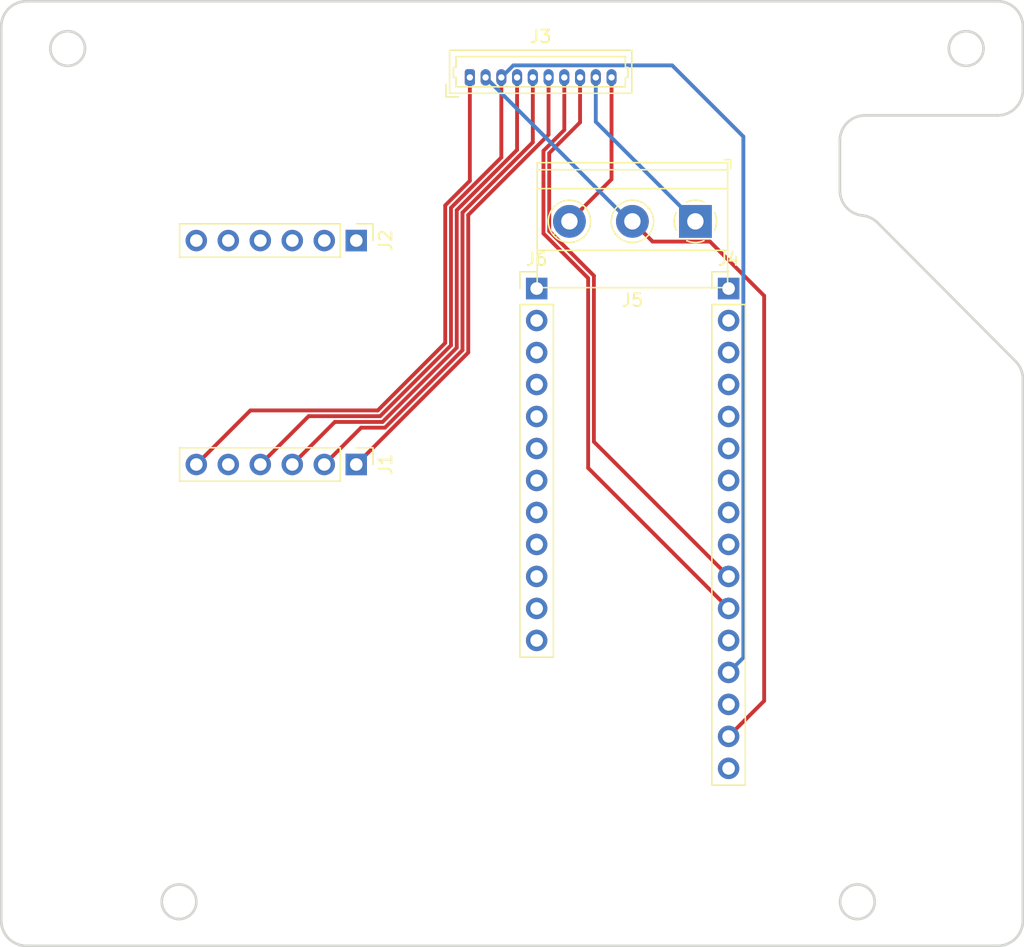
<source format=kicad_pcb>
(kicad_pcb (version 20171130) (host pcbnew "(5.1.10)-1")

  (general
    (thickness 1.6)
    (drawings 42)
    (tracks 56)
    (zones 0)
    (modules 6)
    (nets 42)
  )

  (page A4)
  (title_block
    (title "Big Red Satellite Secondary Payload - Layout")
    (date 2023-08-16)
    (rev A)
    (company "UNL Aerospace Club | Advanced eXperimental Payloads")
    (comment 1 "Copyright (c) 2023")
    (comment 2 "Designer: WSA")
    (comment 3 "Reviewer: WSA")
    (comment 4 "Approved: WSA")
  )

  (layers
    (0 F.Cu signal)
    (31 B.Cu signal)
    (32 B.Adhes user)
    (33 F.Adhes user)
    (34 B.Paste user)
    (35 F.Paste user)
    (36 B.SilkS user)
    (37 F.SilkS user)
    (38 B.Mask user)
    (39 F.Mask user)
    (40 Dwgs.User user)
    (41 Cmts.User user)
    (42 Eco1.User user)
    (43 Eco2.User user)
    (44 Edge.Cuts user)
    (45 Margin user)
    (46 B.CrtYd user)
    (47 F.CrtYd user)
    (48 B.Fab user)
    (49 F.Fab user)
  )

  (setup
    (last_trace_width 0.3048)
    (user_trace_width 0.1524)
    (user_trace_width 0.254)
    (user_trace_width 0.3048)
    (user_trace_width 0.508)
    (trace_clearance 0.1524)
    (zone_clearance 0.254)
    (zone_45_only no)
    (trace_min 0.1524)
    (via_size 0.508)
    (via_drill 0.254)
    (via_min_size 0.508)
    (via_min_drill 0.254)
    (uvia_size 0.3)
    (uvia_drill 0.1)
    (uvias_allowed no)
    (uvia_min_size 0.2)
    (uvia_min_drill 0.1)
    (edge_width 0.05)
    (segment_width 0.2)
    (pcb_text_width 0.3)
    (pcb_text_size 1.5 1.5)
    (mod_edge_width 0.1)
    (mod_text_size 0.5 0.5)
    (mod_text_width 0.1)
    (pad_size 1.524 1.524)
    (pad_drill 0.762)
    (pad_to_mask_clearance 0)
    (aux_axis_origin 0 0)
    (visible_elements 7FFFFFFF)
    (pcbplotparams
      (layerselection 0x010fc_ffffffff)
      (usegerberextensions false)
      (usegerberattributes true)
      (usegerberadvancedattributes true)
      (creategerberjobfile true)
      (excludeedgelayer true)
      (linewidth 0.100000)
      (plotframeref false)
      (viasonmask false)
      (mode 1)
      (useauxorigin false)
      (hpglpennumber 1)
      (hpglpenspeed 20)
      (hpglpendiameter 15.000000)
      (psnegative false)
      (psa4output false)
      (plotreference true)
      (plotvalue true)
      (plotinvisibletext false)
      (padsonsilk false)
      (subtractmaskfromsilk false)
      (outputformat 1)
      (mirror false)
      (drillshape 0)
      (scaleselection 1)
      (outputdirectory "Gerbers"))
  )

  (net 0 "")
  (net 1 GND)
  (net 2 VDDF)
  (net 3 VPP)
  (net 4 "Net-(J1-Pad5)")
  (net 5 /SCL)
  (net 6 /SDA)
  (net 7 /MAG_INT)
  (net 8 "Net-(J2-Pad6)")
  (net 9 "Net-(J2-Pad5)")
  (net 10 "Net-(J2-Pad4)")
  (net 11 "Net-(J2-Pad3)")
  (net 12 "Net-(J2-Pad2)")
  (net 13 "Net-(J2-Pad1)")
  (net 14 /NC_V)
  (net 15 /NO_V)
  (net 16 /UNSET)
  (net 17 /SET)
  (net 18 "Net-(J4-Pad16)")
  (net 19 "Net-(J4-Pad14)")
  (net 20 "Net-(J4-Pad12)")
  (net 21 "Net-(J4-Pad9)")
  (net 22 "Net-(J4-Pad8)")
  (net 23 "Net-(J4-Pad7)")
  (net 24 "Net-(J4-Pad6)")
  (net 25 "Net-(J4-Pad5)")
  (net 26 "Net-(J4-Pad4)")
  (net 27 "Net-(J4-Pad3)")
  (net 28 "Net-(J4-Pad2)")
  (net 29 "Net-(J4-Pad1)")
  (net 30 "Net-(J6-Pad12)")
  (net 31 "Net-(J6-Pad11)")
  (net 32 "Net-(J6-Pad10)")
  (net 33 "Net-(J6-Pad9)")
  (net 34 "Net-(J6-Pad8)")
  (net 35 "Net-(J6-Pad7)")
  (net 36 "Net-(J6-Pad6)")
  (net 37 "Net-(J6-Pad5)")
  (net 38 "Net-(J6-Pad4)")
  (net 39 "Net-(J6-Pad3)")
  (net 40 "Net-(J6-Pad2)")
  (net 41 "Net-(J6-Pad1)")

  (net_class Default "This is the default net class."
    (clearance 0.1524)
    (trace_width 0.1524)
    (via_dia 0.508)
    (via_drill 0.254)
    (uvia_dia 0.3)
    (uvia_drill 0.1)
    (add_net /MAG_INT)
    (add_net /NC_V)
    (add_net /NO_V)
    (add_net /SCL)
    (add_net /SDA)
    (add_net /SET)
    (add_net /UNSET)
    (add_net GND)
    (add_net "Net-(J1-Pad5)")
    (add_net "Net-(J2-Pad1)")
    (add_net "Net-(J2-Pad2)")
    (add_net "Net-(J2-Pad3)")
    (add_net "Net-(J2-Pad4)")
    (add_net "Net-(J2-Pad5)")
    (add_net "Net-(J2-Pad6)")
    (add_net "Net-(J4-Pad1)")
    (add_net "Net-(J4-Pad12)")
    (add_net "Net-(J4-Pad14)")
    (add_net "Net-(J4-Pad16)")
    (add_net "Net-(J4-Pad2)")
    (add_net "Net-(J4-Pad3)")
    (add_net "Net-(J4-Pad4)")
    (add_net "Net-(J4-Pad5)")
    (add_net "Net-(J4-Pad6)")
    (add_net "Net-(J4-Pad7)")
    (add_net "Net-(J4-Pad8)")
    (add_net "Net-(J4-Pad9)")
    (add_net "Net-(J6-Pad1)")
    (add_net "Net-(J6-Pad10)")
    (add_net "Net-(J6-Pad11)")
    (add_net "Net-(J6-Pad12)")
    (add_net "Net-(J6-Pad2)")
    (add_net "Net-(J6-Pad3)")
    (add_net "Net-(J6-Pad4)")
    (add_net "Net-(J6-Pad5)")
    (add_net "Net-(J6-Pad6)")
    (add_net "Net-(J6-Pad7)")
    (add_net "Net-(J6-Pad8)")
    (add_net "Net-(J6-Pad9)")
    (add_net VDDF)
    (add_net VPP)
  )

  (module Connector_PinHeader_2.54mm:PinHeader_1x12_P2.54mm_Vertical (layer F.Cu) (tedit 59FED5CC) (tstamp 64DD8917)
    (at 151.609 93.98)
    (descr "Through hole straight pin header, 1x12, 2.54mm pitch, single row")
    (tags "Through hole pin header THT 1x12 2.54mm single row")
    (path /64DE0A5A)
    (fp_text reference J6 (at 0 -2.33) (layer F.SilkS)
      (effects (font (size 1 1) (thickness 0.15)))
    )
    (fp_text value Conn_01x12_Male (at 0 30.27) (layer F.Fab)
      (effects (font (size 1 1) (thickness 0.15)))
    )
    (fp_text user %R (at 0 13.97 90) (layer F.Fab)
      (effects (font (size 1 1) (thickness 0.15)))
    )
    (fp_line (start -0.635 -1.27) (end 1.27 -1.27) (layer F.Fab) (width 0.1))
    (fp_line (start 1.27 -1.27) (end 1.27 29.21) (layer F.Fab) (width 0.1))
    (fp_line (start 1.27 29.21) (end -1.27 29.21) (layer F.Fab) (width 0.1))
    (fp_line (start -1.27 29.21) (end -1.27 -0.635) (layer F.Fab) (width 0.1))
    (fp_line (start -1.27 -0.635) (end -0.635 -1.27) (layer F.Fab) (width 0.1))
    (fp_line (start -1.33 29.27) (end 1.33 29.27) (layer F.SilkS) (width 0.12))
    (fp_line (start -1.33 1.27) (end -1.33 29.27) (layer F.SilkS) (width 0.12))
    (fp_line (start 1.33 1.27) (end 1.33 29.27) (layer F.SilkS) (width 0.12))
    (fp_line (start -1.33 1.27) (end 1.33 1.27) (layer F.SilkS) (width 0.12))
    (fp_line (start -1.33 0) (end -1.33 -1.33) (layer F.SilkS) (width 0.12))
    (fp_line (start -1.33 -1.33) (end 0 -1.33) (layer F.SilkS) (width 0.12))
    (fp_line (start -1.8 -1.8) (end -1.8 29.75) (layer F.CrtYd) (width 0.05))
    (fp_line (start -1.8 29.75) (end 1.8 29.75) (layer F.CrtYd) (width 0.05))
    (fp_line (start 1.8 29.75) (end 1.8 -1.8) (layer F.CrtYd) (width 0.05))
    (fp_line (start 1.8 -1.8) (end -1.8 -1.8) (layer F.CrtYd) (width 0.05))
    (pad 12 thru_hole oval (at 0 27.94) (size 1.7 1.7) (drill 1) (layers *.Cu *.Mask)
      (net 30 "Net-(J6-Pad12)"))
    (pad 11 thru_hole oval (at 0 25.4) (size 1.7 1.7) (drill 1) (layers *.Cu *.Mask)
      (net 31 "Net-(J6-Pad11)"))
    (pad 10 thru_hole oval (at 0 22.86) (size 1.7 1.7) (drill 1) (layers *.Cu *.Mask)
      (net 32 "Net-(J6-Pad10)"))
    (pad 9 thru_hole oval (at 0 20.32) (size 1.7 1.7) (drill 1) (layers *.Cu *.Mask)
      (net 33 "Net-(J6-Pad9)"))
    (pad 8 thru_hole oval (at 0 17.78) (size 1.7 1.7) (drill 1) (layers *.Cu *.Mask)
      (net 34 "Net-(J6-Pad8)"))
    (pad 7 thru_hole oval (at 0 15.24) (size 1.7 1.7) (drill 1) (layers *.Cu *.Mask)
      (net 35 "Net-(J6-Pad7)"))
    (pad 6 thru_hole oval (at 0 12.7) (size 1.7 1.7) (drill 1) (layers *.Cu *.Mask)
      (net 36 "Net-(J6-Pad6)"))
    (pad 5 thru_hole oval (at 0 10.16) (size 1.7 1.7) (drill 1) (layers *.Cu *.Mask)
      (net 37 "Net-(J6-Pad5)"))
    (pad 4 thru_hole oval (at 0 7.62) (size 1.7 1.7) (drill 1) (layers *.Cu *.Mask)
      (net 38 "Net-(J6-Pad4)"))
    (pad 3 thru_hole oval (at 0 5.08) (size 1.7 1.7) (drill 1) (layers *.Cu *.Mask)
      (net 39 "Net-(J6-Pad3)"))
    (pad 2 thru_hole oval (at 0 2.54) (size 1.7 1.7) (drill 1) (layers *.Cu *.Mask)
      (net 40 "Net-(J6-Pad2)"))
    (pad 1 thru_hole rect (at 0 0) (size 1.7 1.7) (drill 1) (layers *.Cu *.Mask)
      (net 41 "Net-(J6-Pad1)"))
    (model ${KISYS3DMOD}/Connector_PinHeader_2.54mm.3dshapes/PinHeader_1x12_P2.54mm_Vertical.wrl
      (at (xyz 0 0 0))
      (scale (xyz 1 1 1))
      (rotate (xyz 0 0 0))
    )
  )

  (module TerminalBlock_Phoenix:TerminalBlock_Phoenix_MKDS-1,5-3_1x03_P5.00mm_Horizontal (layer F.Cu) (tedit 5B294EE5) (tstamp 64DD83EE)
    (at 164.211 88.646 180)
    (descr "Terminal Block Phoenix MKDS-1,5-3, 3 pins, pitch 5mm, size 15x9.8mm^2, drill diamater 1.3mm, pad diameter 2.6mm, see http://www.farnell.com/datasheets/100425.pdf, script-generated using https://github.com/pointhi/kicad-footprint-generator/scripts/TerminalBlock_Phoenix")
    (tags "THT Terminal Block Phoenix MKDS-1,5-3 pitch 5mm size 15x9.8mm^2 drill 1.3mm pad 2.6mm")
    (path /64DE9364)
    (fp_text reference J5 (at 5 -6.26) (layer F.SilkS)
      (effects (font (size 1 1) (thickness 0.15)))
    )
    (fp_text value Conn_01x03_Male (at 5 5.66) (layer F.Fab)
      (effects (font (size 1 1) (thickness 0.15)))
    )
    (fp_text user %R (at 5 3.2) (layer F.Fab)
      (effects (font (size 1 1) (thickness 0.15)))
    )
    (fp_arc (start 0 0) (end -0.684 1.535) (angle -25) (layer F.SilkS) (width 0.12))
    (fp_arc (start 0 0) (end -1.535 -0.684) (angle -48) (layer F.SilkS) (width 0.12))
    (fp_arc (start 0 0) (end 0.684 -1.535) (angle -48) (layer F.SilkS) (width 0.12))
    (fp_arc (start 0 0) (end 1.535 0.684) (angle -48) (layer F.SilkS) (width 0.12))
    (fp_arc (start 0 0) (end 0 1.68) (angle -24) (layer F.SilkS) (width 0.12))
    (fp_circle (center 0 0) (end 1.5 0) (layer F.Fab) (width 0.1))
    (fp_circle (center 5 0) (end 6.5 0) (layer F.Fab) (width 0.1))
    (fp_circle (center 5 0) (end 6.68 0) (layer F.SilkS) (width 0.12))
    (fp_circle (center 10 0) (end 11.5 0) (layer F.Fab) (width 0.1))
    (fp_circle (center 10 0) (end 11.68 0) (layer F.SilkS) (width 0.12))
    (fp_line (start -2.5 -5.2) (end 12.5 -5.2) (layer F.Fab) (width 0.1))
    (fp_line (start 12.5 -5.2) (end 12.5 4.6) (layer F.Fab) (width 0.1))
    (fp_line (start 12.5 4.6) (end -2 4.6) (layer F.Fab) (width 0.1))
    (fp_line (start -2 4.6) (end -2.5 4.1) (layer F.Fab) (width 0.1))
    (fp_line (start -2.5 4.1) (end -2.5 -5.2) (layer F.Fab) (width 0.1))
    (fp_line (start -2.5 4.1) (end 12.5 4.1) (layer F.Fab) (width 0.1))
    (fp_line (start -2.56 4.1) (end 12.56 4.1) (layer F.SilkS) (width 0.12))
    (fp_line (start -2.5 2.6) (end 12.5 2.6) (layer F.Fab) (width 0.1))
    (fp_line (start -2.56 2.6) (end 12.56 2.6) (layer F.SilkS) (width 0.12))
    (fp_line (start -2.5 -2.3) (end 12.5 -2.3) (layer F.Fab) (width 0.1))
    (fp_line (start -2.56 -2.301) (end 12.56 -2.301) (layer F.SilkS) (width 0.12))
    (fp_line (start -2.56 -5.261) (end 12.56 -5.261) (layer F.SilkS) (width 0.12))
    (fp_line (start -2.56 4.66) (end 12.56 4.66) (layer F.SilkS) (width 0.12))
    (fp_line (start -2.56 -5.261) (end -2.56 4.66) (layer F.SilkS) (width 0.12))
    (fp_line (start 12.56 -5.261) (end 12.56 4.66) (layer F.SilkS) (width 0.12))
    (fp_line (start 1.138 -0.955) (end -0.955 1.138) (layer F.Fab) (width 0.1))
    (fp_line (start 0.955 -1.138) (end -1.138 0.955) (layer F.Fab) (width 0.1))
    (fp_line (start 6.138 -0.955) (end 4.046 1.138) (layer F.Fab) (width 0.1))
    (fp_line (start 5.955 -1.138) (end 3.863 0.955) (layer F.Fab) (width 0.1))
    (fp_line (start 6.275 -1.069) (end 6.228 -1.023) (layer F.SilkS) (width 0.12))
    (fp_line (start 3.966 1.239) (end 3.931 1.274) (layer F.SilkS) (width 0.12))
    (fp_line (start 6.07 -1.275) (end 6.035 -1.239) (layer F.SilkS) (width 0.12))
    (fp_line (start 3.773 1.023) (end 3.726 1.069) (layer F.SilkS) (width 0.12))
    (fp_line (start 11.138 -0.955) (end 9.046 1.138) (layer F.Fab) (width 0.1))
    (fp_line (start 10.955 -1.138) (end 8.863 0.955) (layer F.Fab) (width 0.1))
    (fp_line (start 11.275 -1.069) (end 11.228 -1.023) (layer F.SilkS) (width 0.12))
    (fp_line (start 8.966 1.239) (end 8.931 1.274) (layer F.SilkS) (width 0.12))
    (fp_line (start 11.07 -1.275) (end 11.035 -1.239) (layer F.SilkS) (width 0.12))
    (fp_line (start 8.773 1.023) (end 8.726 1.069) (layer F.SilkS) (width 0.12))
    (fp_line (start -2.8 4.16) (end -2.8 4.9) (layer F.SilkS) (width 0.12))
    (fp_line (start -2.8 4.9) (end -2.3 4.9) (layer F.SilkS) (width 0.12))
    (fp_line (start -3 -5.71) (end -3 5.1) (layer F.CrtYd) (width 0.05))
    (fp_line (start -3 5.1) (end 13 5.1) (layer F.CrtYd) (width 0.05))
    (fp_line (start 13 5.1) (end 13 -5.71) (layer F.CrtYd) (width 0.05))
    (fp_line (start 13 -5.71) (end -3 -5.71) (layer F.CrtYd) (width 0.05))
    (pad 3 thru_hole circle (at 10 0 180) (size 2.6 2.6) (drill 1.3) (layers *.Cu *.Mask)
      (net 14 /NC_V))
    (pad 2 thru_hole circle (at 5 0 180) (size 2.6 2.6) (drill 1.3) (layers *.Cu *.Mask)
      (net 3 VPP))
    (pad 1 thru_hole rect (at 0 0 180) (size 2.6 2.6) (drill 1.3) (layers *.Cu *.Mask)
      (net 15 /NO_V))
    (model ${KISYS3DMOD}/TerminalBlock_Phoenix.3dshapes/TerminalBlock_Phoenix_MKDS-1,5-3_1x03_P5.00mm_Horizontal.wrl
      (at (xyz 0 0 0))
      (scale (xyz 1 1 1))
      (rotate (xyz 0 0 0))
    )
  )

  (module Connector_PinHeader_2.54mm:PinHeader_1x16_P2.54mm_Vertical (layer F.Cu) (tedit 59FED5CC) (tstamp 64DD8978)
    (at 166.849 93.98)
    (descr "Through hole straight pin header, 1x16, 2.54mm pitch, single row")
    (tags "Through hole pin header THT 1x16 2.54mm single row")
    (path /64DE5069)
    (fp_text reference J4 (at 0 -2.33) (layer F.SilkS)
      (effects (font (size 1 1) (thickness 0.15)))
    )
    (fp_text value Conn_01x16_Male (at 0 40.43) (layer F.Fab)
      (effects (font (size 1 1) (thickness 0.15)))
    )
    (fp_text user %R (at 0 19.05 90) (layer F.Fab)
      (effects (font (size 1 1) (thickness 0.15)))
    )
    (fp_line (start -0.635 -1.27) (end 1.27 -1.27) (layer F.Fab) (width 0.1))
    (fp_line (start 1.27 -1.27) (end 1.27 39.37) (layer F.Fab) (width 0.1))
    (fp_line (start 1.27 39.37) (end -1.27 39.37) (layer F.Fab) (width 0.1))
    (fp_line (start -1.27 39.37) (end -1.27 -0.635) (layer F.Fab) (width 0.1))
    (fp_line (start -1.27 -0.635) (end -0.635 -1.27) (layer F.Fab) (width 0.1))
    (fp_line (start -1.33 39.43) (end 1.33 39.43) (layer F.SilkS) (width 0.12))
    (fp_line (start -1.33 1.27) (end -1.33 39.43) (layer F.SilkS) (width 0.12))
    (fp_line (start 1.33 1.27) (end 1.33 39.43) (layer F.SilkS) (width 0.12))
    (fp_line (start -1.33 1.27) (end 1.33 1.27) (layer F.SilkS) (width 0.12))
    (fp_line (start -1.33 0) (end -1.33 -1.33) (layer F.SilkS) (width 0.12))
    (fp_line (start -1.33 -1.33) (end 0 -1.33) (layer F.SilkS) (width 0.12))
    (fp_line (start -1.8 -1.8) (end -1.8 39.9) (layer F.CrtYd) (width 0.05))
    (fp_line (start -1.8 39.9) (end 1.8 39.9) (layer F.CrtYd) (width 0.05))
    (fp_line (start 1.8 39.9) (end 1.8 -1.8) (layer F.CrtYd) (width 0.05))
    (fp_line (start 1.8 -1.8) (end -1.8 -1.8) (layer F.CrtYd) (width 0.05))
    (pad 16 thru_hole oval (at 0 38.1) (size 1.7 1.7) (drill 1) (layers *.Cu *.Mask)
      (net 18 "Net-(J4-Pad16)"))
    (pad 15 thru_hole oval (at 0 35.56) (size 1.7 1.7) (drill 1) (layers *.Cu *.Mask)
      (net 3 VPP))
    (pad 14 thru_hole oval (at 0 33.02) (size 1.7 1.7) (drill 1) (layers *.Cu *.Mask)
      (net 19 "Net-(J4-Pad14)"))
    (pad 13 thru_hole oval (at 0 30.48) (size 1.7 1.7) (drill 1) (layers *.Cu *.Mask)
      (net 1 GND))
    (pad 12 thru_hole oval (at 0 27.94) (size 1.7 1.7) (drill 1) (layers *.Cu *.Mask)
      (net 20 "Net-(J4-Pad12)"))
    (pad 11 thru_hole oval (at 0 25.4) (size 1.7 1.7) (drill 1) (layers *.Cu *.Mask)
      (net 17 /SET))
    (pad 10 thru_hole oval (at 0 22.86) (size 1.7 1.7) (drill 1) (layers *.Cu *.Mask)
      (net 16 /UNSET))
    (pad 9 thru_hole oval (at 0 20.32) (size 1.7 1.7) (drill 1) (layers *.Cu *.Mask)
      (net 21 "Net-(J4-Pad9)"))
    (pad 8 thru_hole oval (at 0 17.78) (size 1.7 1.7) (drill 1) (layers *.Cu *.Mask)
      (net 22 "Net-(J4-Pad8)"))
    (pad 7 thru_hole oval (at 0 15.24) (size 1.7 1.7) (drill 1) (layers *.Cu *.Mask)
      (net 23 "Net-(J4-Pad7)"))
    (pad 6 thru_hole oval (at 0 12.7) (size 1.7 1.7) (drill 1) (layers *.Cu *.Mask)
      (net 24 "Net-(J4-Pad6)"))
    (pad 5 thru_hole oval (at 0 10.16) (size 1.7 1.7) (drill 1) (layers *.Cu *.Mask)
      (net 25 "Net-(J4-Pad5)"))
    (pad 4 thru_hole oval (at 0 7.62) (size 1.7 1.7) (drill 1) (layers *.Cu *.Mask)
      (net 26 "Net-(J4-Pad4)"))
    (pad 3 thru_hole oval (at 0 5.08) (size 1.7 1.7) (drill 1) (layers *.Cu *.Mask)
      (net 27 "Net-(J4-Pad3)"))
    (pad 2 thru_hole oval (at 0 2.54) (size 1.7 1.7) (drill 1) (layers *.Cu *.Mask)
      (net 28 "Net-(J4-Pad2)"))
    (pad 1 thru_hole rect (at 0 0) (size 1.7 1.7) (drill 1) (layers *.Cu *.Mask)
      (net 29 "Net-(J4-Pad1)"))
    (model ${KISYS3DMOD}/Connector_PinHeader_2.54mm.3dshapes/PinHeader_1x16_P2.54mm_Vertical.wrl
      (at (xyz 0 0 0))
      (scale (xyz 1 1 1))
      (rotate (xyz 0 0 0))
    )
  )

  (module Connector_Molex:Molex_PicoBlade_53047-1010_1x10_P1.25mm_Vertical (layer F.Cu) (tedit 5B783167) (tstamp 64DD8395)
    (at 146.304 77.216)
    (descr "Molex PicoBlade Connector System, 53047-1010, 10 Pins per row (http://www.molex.com/pdm_docs/sd/530470610_sd.pdf), generated with kicad-footprint-generator")
    (tags "connector Molex PicoBlade side entry")
    (path /64DDA625)
    (fp_text reference J3 (at 5.62 -3.25) (layer F.SilkS)
      (effects (font (size 1 1) (thickness 0.15)))
    )
    (fp_text value Conn_01x10_Male (at 5.62 2.35) (layer F.Fab)
      (effects (font (size 1 1) (thickness 0.15)))
    )
    (fp_text user %R (at 5.62 -1.35) (layer F.Fab)
      (effects (font (size 1 1) (thickness 0.15)))
    )
    (fp_line (start -1.5 -2.05) (end -1.5 1.15) (layer F.Fab) (width 0.1))
    (fp_line (start -1.5 1.15) (end 12.75 1.15) (layer F.Fab) (width 0.1))
    (fp_line (start 12.75 1.15) (end 12.75 -2.05) (layer F.Fab) (width 0.1))
    (fp_line (start 12.75 -2.05) (end -1.5 -2.05) (layer F.Fab) (width 0.1))
    (fp_line (start -1.61 -2.16) (end -1.61 1.26) (layer F.SilkS) (width 0.12))
    (fp_line (start -1.61 1.26) (end 12.86 1.26) (layer F.SilkS) (width 0.12))
    (fp_line (start 12.86 1.26) (end 12.86 -2.16) (layer F.SilkS) (width 0.12))
    (fp_line (start 12.86 -2.16) (end -1.61 -2.16) (layer F.SilkS) (width 0.12))
    (fp_line (start 5.625 0.75) (end -1.1 0.75) (layer F.SilkS) (width 0.12))
    (fp_line (start -1.1 0.75) (end -1.1 0) (layer F.SilkS) (width 0.12))
    (fp_line (start -1.1 0) (end -1.3 0) (layer F.SilkS) (width 0.12))
    (fp_line (start -1.3 0) (end -1.3 -0.8) (layer F.SilkS) (width 0.12))
    (fp_line (start -1.3 -0.8) (end -1.1 -0.8) (layer F.SilkS) (width 0.12))
    (fp_line (start -1.1 -0.8) (end -1.1 -1.65) (layer F.SilkS) (width 0.12))
    (fp_line (start -1.1 -1.65) (end 5.625 -1.65) (layer F.SilkS) (width 0.12))
    (fp_line (start 5.625 0.75) (end 12.35 0.75) (layer F.SilkS) (width 0.12))
    (fp_line (start 12.35 0.75) (end 12.35 0) (layer F.SilkS) (width 0.12))
    (fp_line (start 12.35 0) (end 12.55 0) (layer F.SilkS) (width 0.12))
    (fp_line (start 12.55 0) (end 12.55 -0.8) (layer F.SilkS) (width 0.12))
    (fp_line (start 12.55 -0.8) (end 12.35 -0.8) (layer F.SilkS) (width 0.12))
    (fp_line (start 12.35 -0.8) (end 12.35 -1.65) (layer F.SilkS) (width 0.12))
    (fp_line (start 12.35 -1.65) (end 5.625 -1.65) (layer F.SilkS) (width 0.12))
    (fp_line (start -1.9 1.55) (end -1.9 0.55) (layer F.SilkS) (width 0.12))
    (fp_line (start -1.9 1.55) (end -0.9 1.55) (layer F.SilkS) (width 0.12))
    (fp_line (start -0.5 1.15) (end 0 0.442893) (layer F.Fab) (width 0.1))
    (fp_line (start 0 0.442893) (end 0.5 1.15) (layer F.Fab) (width 0.1))
    (fp_line (start -2 -2.55) (end -2 1.65) (layer F.CrtYd) (width 0.05))
    (fp_line (start -2 1.65) (end 13.25 1.65) (layer F.CrtYd) (width 0.05))
    (fp_line (start 13.25 1.65) (end 13.25 -2.55) (layer F.CrtYd) (width 0.05))
    (fp_line (start 13.25 -2.55) (end -2 -2.55) (layer F.CrtYd) (width 0.05))
    (pad 10 thru_hole oval (at 11.25 0) (size 0.8 1.3) (drill 0.5) (layers *.Cu *.Mask)
      (net 14 /NC_V))
    (pad 9 thru_hole oval (at 10 0) (size 0.8 1.3) (drill 0.5) (layers *.Cu *.Mask)
      (net 15 /NO_V))
    (pad 8 thru_hole oval (at 8.75 0) (size 0.8 1.3) (drill 0.5) (layers *.Cu *.Mask)
      (net 16 /UNSET))
    (pad 7 thru_hole oval (at 7.5 0) (size 0.8 1.3) (drill 0.5) (layers *.Cu *.Mask)
      (net 17 /SET))
    (pad 6 thru_hole oval (at 6.25 0) (size 0.8 1.3) (drill 0.5) (layers *.Cu *.Mask)
      (net 7 /MAG_INT))
    (pad 5 thru_hole oval (at 5 0) (size 0.8 1.3) (drill 0.5) (layers *.Cu *.Mask)
      (net 6 /SDA))
    (pad 4 thru_hole oval (at 3.75 0) (size 0.8 1.3) (drill 0.5) (layers *.Cu *.Mask)
      (net 5 /SCL))
    (pad 3 thru_hole oval (at 2.5 0) (size 0.8 1.3) (drill 0.5) (layers *.Cu *.Mask)
      (net 1 GND))
    (pad 2 thru_hole oval (at 1.25 0) (size 0.8 1.3) (drill 0.5) (layers *.Cu *.Mask)
      (net 3 VPP))
    (pad 1 thru_hole roundrect (at 0 0) (size 0.8 1.3) (drill 0.5) (layers *.Cu *.Mask) (roundrect_rratio 0.25)
      (net 2 VDDF))
    (model ${KISYS3DMOD}/Connector_Molex.3dshapes/Molex_PicoBlade_53047-1010_1x10_P1.25mm_Vertical.wrl
      (at (xyz 0 0 0))
      (scale (xyz 1 1 1))
      (rotate (xyz 0 0 0))
    )
  )

  (module Connector_PinHeader_2.54mm:PinHeader_1x06_P2.54mm_Vertical (layer F.Cu) (tedit 59FED5CC) (tstamp 64DD8368)
    (at 137.287 90.17 270)
    (descr "Through hole straight pin header, 1x06, 2.54mm pitch, single row")
    (tags "Through hole pin header THT 1x06 2.54mm single row")
    (path /64DDE9CD)
    (fp_text reference J2 (at 0 -2.33 90) (layer F.SilkS)
      (effects (font (size 1 1) (thickness 0.15)))
    )
    (fp_text value Conn_01x06_Male (at 0 15.03 90) (layer F.Fab)
      (effects (font (size 1 1) (thickness 0.15)))
    )
    (fp_text user %R (at 0 6.35) (layer F.Fab)
      (effects (font (size 1 1) (thickness 0.15)))
    )
    (fp_line (start -0.635 -1.27) (end 1.27 -1.27) (layer F.Fab) (width 0.1))
    (fp_line (start 1.27 -1.27) (end 1.27 13.97) (layer F.Fab) (width 0.1))
    (fp_line (start 1.27 13.97) (end -1.27 13.97) (layer F.Fab) (width 0.1))
    (fp_line (start -1.27 13.97) (end -1.27 -0.635) (layer F.Fab) (width 0.1))
    (fp_line (start -1.27 -0.635) (end -0.635 -1.27) (layer F.Fab) (width 0.1))
    (fp_line (start -1.33 14.03) (end 1.33 14.03) (layer F.SilkS) (width 0.12))
    (fp_line (start -1.33 1.27) (end -1.33 14.03) (layer F.SilkS) (width 0.12))
    (fp_line (start 1.33 1.27) (end 1.33 14.03) (layer F.SilkS) (width 0.12))
    (fp_line (start -1.33 1.27) (end 1.33 1.27) (layer F.SilkS) (width 0.12))
    (fp_line (start -1.33 0) (end -1.33 -1.33) (layer F.SilkS) (width 0.12))
    (fp_line (start -1.33 -1.33) (end 0 -1.33) (layer F.SilkS) (width 0.12))
    (fp_line (start -1.8 -1.8) (end -1.8 14.5) (layer F.CrtYd) (width 0.05))
    (fp_line (start -1.8 14.5) (end 1.8 14.5) (layer F.CrtYd) (width 0.05))
    (fp_line (start 1.8 14.5) (end 1.8 -1.8) (layer F.CrtYd) (width 0.05))
    (fp_line (start 1.8 -1.8) (end -1.8 -1.8) (layer F.CrtYd) (width 0.05))
    (pad 6 thru_hole oval (at 0 12.7 270) (size 1.7 1.7) (drill 1) (layers *.Cu *.Mask)
      (net 8 "Net-(J2-Pad6)"))
    (pad 5 thru_hole oval (at 0 10.16 270) (size 1.7 1.7) (drill 1) (layers *.Cu *.Mask)
      (net 9 "Net-(J2-Pad5)"))
    (pad 4 thru_hole oval (at 0 7.62 270) (size 1.7 1.7) (drill 1) (layers *.Cu *.Mask)
      (net 10 "Net-(J2-Pad4)"))
    (pad 3 thru_hole oval (at 0 5.08 270) (size 1.7 1.7) (drill 1) (layers *.Cu *.Mask)
      (net 11 "Net-(J2-Pad3)"))
    (pad 2 thru_hole oval (at 0 2.54 270) (size 1.7 1.7) (drill 1) (layers *.Cu *.Mask)
      (net 12 "Net-(J2-Pad2)"))
    (pad 1 thru_hole rect (at 0 0 270) (size 1.7 1.7) (drill 1) (layers *.Cu *.Mask)
      (net 13 "Net-(J2-Pad1)"))
    (model ${KISYS3DMOD}/Connector_PinHeader_2.54mm.3dshapes/PinHeader_1x06_P2.54mm_Vertical.wrl
      (at (xyz 0 0 0))
      (scale (xyz 1 1 1))
      (rotate (xyz 0 0 0))
    )
  )

  (module Connector_PinHeader_2.54mm:PinHeader_1x06_P2.54mm_Vertical (layer F.Cu) (tedit 59FED5CC) (tstamp 64DD834E)
    (at 137.287 107.95 270)
    (descr "Through hole straight pin header, 1x06, 2.54mm pitch, single row")
    (tags "Through hole pin header THT 1x06 2.54mm single row")
    (path /64DDDD18)
    (fp_text reference J1 (at 0 -2.33 90) (layer F.SilkS)
      (effects (font (size 1 1) (thickness 0.15)))
    )
    (fp_text value Conn_01x06_Male (at 0 15.03 90) (layer F.Fab)
      (effects (font (size 1 1) (thickness 0.15)))
    )
    (fp_text user %R (at 0 6.35) (layer F.Fab)
      (effects (font (size 1 1) (thickness 0.15)))
    )
    (fp_line (start -0.635 -1.27) (end 1.27 -1.27) (layer F.Fab) (width 0.1))
    (fp_line (start 1.27 -1.27) (end 1.27 13.97) (layer F.Fab) (width 0.1))
    (fp_line (start 1.27 13.97) (end -1.27 13.97) (layer F.Fab) (width 0.1))
    (fp_line (start -1.27 13.97) (end -1.27 -0.635) (layer F.Fab) (width 0.1))
    (fp_line (start -1.27 -0.635) (end -0.635 -1.27) (layer F.Fab) (width 0.1))
    (fp_line (start -1.33 14.03) (end 1.33 14.03) (layer F.SilkS) (width 0.12))
    (fp_line (start -1.33 1.27) (end -1.33 14.03) (layer F.SilkS) (width 0.12))
    (fp_line (start 1.33 1.27) (end 1.33 14.03) (layer F.SilkS) (width 0.12))
    (fp_line (start -1.33 1.27) (end 1.33 1.27) (layer F.SilkS) (width 0.12))
    (fp_line (start -1.33 0) (end -1.33 -1.33) (layer F.SilkS) (width 0.12))
    (fp_line (start -1.33 -1.33) (end 0 -1.33) (layer F.SilkS) (width 0.12))
    (fp_line (start -1.8 -1.8) (end -1.8 14.5) (layer F.CrtYd) (width 0.05))
    (fp_line (start -1.8 14.5) (end 1.8 14.5) (layer F.CrtYd) (width 0.05))
    (fp_line (start 1.8 14.5) (end 1.8 -1.8) (layer F.CrtYd) (width 0.05))
    (fp_line (start 1.8 -1.8) (end -1.8 -1.8) (layer F.CrtYd) (width 0.05))
    (pad 6 thru_hole oval (at 0 12.7 270) (size 1.7 1.7) (drill 1) (layers *.Cu *.Mask)
      (net 2 VDDF))
    (pad 5 thru_hole oval (at 0 10.16 270) (size 1.7 1.7) (drill 1) (layers *.Cu *.Mask)
      (net 4 "Net-(J1-Pad5)"))
    (pad 4 thru_hole oval (at 0 7.62 270) (size 1.7 1.7) (drill 1) (layers *.Cu *.Mask)
      (net 1 GND))
    (pad 3 thru_hole oval (at 0 5.08 270) (size 1.7 1.7) (drill 1) (layers *.Cu *.Mask)
      (net 5 /SCL))
    (pad 2 thru_hole oval (at 0 2.54 270) (size 1.7 1.7) (drill 1) (layers *.Cu *.Mask)
      (net 6 /SDA))
    (pad 1 thru_hole rect (at 0 0 270) (size 1.7 1.7) (drill 1) (layers *.Cu *.Mask)
      (net 7 /MAG_INT))
    (model ${KISYS3DMOD}/Connector_PinHeader_2.54mm.3dshapes/PinHeader_1x06_P2.54mm_Vertical.wrl
      (at (xyz 0 0 0))
      (scale (xyz 1 1 1))
      (rotate (xyz 0 0 0))
    )
  )

  (gr_line (start 190.214 73.169964) (end 190.214 78.232) (layer Edge.Cuts) (width 0.2))
  (gr_line (start 109.098271 144.169963) (end 109.098271 73.169964) (layer Edge.Cuts) (width 0.2))
  (gr_line (start 175.6852 82.232) (end 175.6852 86.192673) (layer Edge.Cuts) (width 0.2))
  (gr_line (start 111.098271 71.169964) (end 188.214 71.169964) (layer Edge.Cuts) (width 0.2))
  (gr_arc (start 177.6852 86.192673) (end 175.6852 86.192673) (angle -83.89169034) (layer Edge.Cuts) (width 0.2))
  (gr_circle (center 185.714 74.920886) (end 187.089 74.920886) (layer Edge.Cuts) (width 0.2))
  (gr_circle (center 123.214 142.669963) (end 124.589 142.669963) (layer Edge.Cuts) (width 0.2))
  (gr_arc (start 188.214 101.160621) (end 190.214 101.160621) (angle -44.90542239) (layer Edge.Cuts) (width 0.2))
  (gr_line (start 178.676113 88.758086) (end 189.630546 99.748744) (layer Edge.Cuts) (width 0.2))
  (gr_arc (start 111.098271 73.169964) (end 111.098271 71.169964) (angle -90) (layer Edge.Cuts) (width 0.2))
  (gr_line (start 188.214 146.169963) (end 111.098271 146.169963) (layer Edge.Cuts) (width 0.2))
  (gr_arc (start 111.098271 144.169963) (end 109.098271 144.169963) (angle -90) (layer Edge.Cuts) (width 0.2))
  (gr_arc (start 177.6852 82.232) (end 177.6852 80.232) (angle -90) (layer Edge.Cuts) (width 0.2))
  (gr_arc (start 177.6852 86.192673) (end 175.6852 86.192673) (angle -83.89169034) (layer Edge.Cuts) (width 0.2))
  (gr_line (start 109.098271 144.169963) (end 109.098271 73.169964) (layer Edge.Cuts) (width 0.2))
  (gr_arc (start 111.098271 144.169963) (end 109.098271 144.169963) (angle -90) (layer Edge.Cuts) (width 0.2))
  (gr_arc (start 188.214 144.169963) (end 188.214 146.169963) (angle -90) (layer Edge.Cuts) (width 0.2))
  (gr_arc (start 177.259567 90.169963) (end 178.676113 88.758086) (angle -38.98626795) (layer Edge.Cuts) (width 0.2))
  (gr_arc (start 177.6852 82.232) (end 177.6852 80.232) (angle -90) (layer Edge.Cuts) (width 0.2))
  (gr_arc (start 177.259567 90.169963) (end 178.676113 88.758086) (angle -38.98626795) (layer Edge.Cuts) (width 0.2))
  (gr_line (start 111.098271 71.169964) (end 188.214 71.169964) (layer Edge.Cuts) (width 0.2))
  (gr_line (start 190.214 73.169964) (end 190.214 78.232) (layer Edge.Cuts) (width 0.2))
  (gr_arc (start 188.214 73.169964) (end 190.214 73.169964) (angle -90) (layer Edge.Cuts) (width 0.2))
  (gr_line (start 178.676113 88.758086) (end 189.630546 99.748744) (layer Edge.Cuts) (width 0.2))
  (gr_circle (center 114.372 74.920964) (end 115.747 74.920964) (layer Edge.Cuts) (width 0.2))
  (gr_circle (center 185.714 74.920886) (end 187.089 74.920886) (layer Edge.Cuts) (width 0.2))
  (gr_line (start 188.214 80.232) (end 177.6852 80.232) (layer Edge.Cuts) (width 0.2))
  (gr_arc (start 111.098271 73.169964) (end 111.098271 71.169964) (angle -90) (layer Edge.Cuts) (width 0.2))
  (gr_line (start 188.214 146.169963) (end 111.098271 146.169963) (layer Edge.Cuts) (width 0.2))
  (gr_circle (center 177.0747 142.669963) (end 178.4497 142.669963) (layer Edge.Cuts) (width 0.2))
  (gr_circle (center 114.372 74.920964) (end 115.747 74.920964) (layer Edge.Cuts) (width 0.2))
  (gr_arc (start 188.214 78.232) (end 188.214 80.232) (angle -90) (layer Edge.Cuts) (width 0.2))
  (gr_arc (start 188.214 73.169964) (end 190.214 73.169964) (angle -90) (layer Edge.Cuts) (width 0.2))
  (gr_circle (center 177.0747 142.669963) (end 178.4497 142.669963) (layer Edge.Cuts) (width 0.2))
  (gr_line (start 190.214 101.160621) (end 190.214 144.169963) (layer Edge.Cuts) (width 0.2))
  (gr_circle (center 123.214 142.669963) (end 124.589 142.669963) (layer Edge.Cuts) (width 0.2))
  (gr_arc (start 188.214 101.160621) (end 190.214 101.160621) (angle -44.90542239) (layer Edge.Cuts) (width 0.2))
  (gr_line (start 190.214 101.160621) (end 190.214 144.169963) (layer Edge.Cuts) (width 0.2))
  (gr_arc (start 188.214 144.169963) (end 188.214 146.169963) (angle -90) (layer Edge.Cuts) (width 0.2))
  (gr_line (start 188.214 80.232) (end 177.6852 80.232) (layer Edge.Cuts) (width 0.2))
  (gr_line (start 175.6852 82.232) (end 175.6852 86.192673) (layer Edge.Cuts) (width 0.2))
  (gr_arc (start 188.214 78.232) (end 188.214 80.232) (angle -90) (layer Edge.Cuts) (width 0.2))

  (segment (start 148.804 77.216) (end 148.804 83.571224) (width 0.3048) (layer F.Cu) (net 1))
  (segment (start 148.804 83.571224) (end 144.80537 87.569854) (width 0.3048) (layer F.Cu) (net 1))
  (segment (start 144.80537 87.569854) (end 144.80537 98.491854) (width 0.3048) (layer F.Cu) (net 1))
  (segment (start 144.80537 98.491854) (end 139.182644 104.11458) (width 0.3048) (layer F.Cu) (net 1))
  (segment (start 133.50242 104.11458) (end 129.667 107.95) (width 0.3048) (layer F.Cu) (net 1))
  (segment (start 139.182644 104.11458) (end 133.50242 104.11458) (width 0.3048) (layer F.Cu) (net 1))
  (segment (start 166.849 124.46) (end 168.021 123.288) (width 0.3048) (layer B.Cu) (net 1))
  (segment (start 168.021 123.288) (end 168.021 81.915) (width 0.3048) (layer B.Cu) (net 1))
  (segment (start 149.75881 76.26119) (end 148.804 77.216) (width 0.3048) (layer B.Cu) (net 1))
  (segment (start 162.36719 76.26119) (end 149.75881 76.26119) (width 0.3048) (layer B.Cu) (net 1))
  (segment (start 168.021 81.915) (end 162.36719 76.26119) (width 0.3048) (layer B.Cu) (net 1))
  (segment (start 146.304 77.216) (end 146.304 85.424632) (width 0.3048) (layer F.Cu) (net 2))
  (segment (start 146.304 85.424632) (end 144.34816 87.380472) (width 0.3048) (layer F.Cu) (net 2))
  (segment (start 144.34816 87.380472) (end 144.34816 98.302472) (width 0.3048) (layer F.Cu) (net 2))
  (segment (start 144.34816 98.302472) (end 138.993262 103.65737) (width 0.3048) (layer F.Cu) (net 2))
  (segment (start 128.87963 103.65737) (end 124.587 107.95) (width 0.3048) (layer F.Cu) (net 2))
  (segment (start 138.993262 103.65737) (end 128.87963 103.65737) (width 0.3048) (layer F.Cu) (net 2))
  (segment (start 158.984 88.646) (end 159.211 88.646) (width 0.3048) (layer B.Cu) (net 3))
  (segment (start 147.554 77.216) (end 158.984 88.646) (width 0.3048) (layer B.Cu) (net 3))
  (segment (start 166.849 129.54) (end 169.672 126.717) (width 0.3048) (layer F.Cu) (net 3))
  (segment (start 160.815801 90.250801) (end 159.211 88.646) (width 0.3048) (layer F.Cu) (net 3))
  (segment (start 165.368443 90.250801) (end 160.815801 90.250801) (width 0.3048) (layer F.Cu) (net 3))
  (segment (start 169.672 94.554358) (end 165.368443 90.250801) (width 0.3048) (layer F.Cu) (net 3))
  (segment (start 169.672 126.717) (end 169.672 94.554358) (width 0.3048) (layer F.Cu) (net 3))
  (segment (start 150.054 77.216) (end 150.054 82.967816) (width 0.3048) (layer F.Cu) (net 5))
  (segment (start 150.054 82.967816) (end 145.26258 87.759236) (width 0.3048) (layer F.Cu) (net 5))
  (segment (start 145.26258 87.759236) (end 145.26258 98.681236) (width 0.3048) (layer F.Cu) (net 5))
  (segment (start 145.26258 98.681236) (end 139.372026 104.57179) (width 0.3048) (layer F.Cu) (net 5))
  (segment (start 135.58521 104.57179) (end 132.207 107.95) (width 0.3048) (layer F.Cu) (net 5))
  (segment (start 139.372026 104.57179) (end 135.58521 104.57179) (width 0.3048) (layer F.Cu) (net 5))
  (segment (start 137.668 105.029) (end 134.747 107.95) (width 0.3048) (layer F.Cu) (net 6))
  (segment (start 139.561408 105.029) (end 137.668 105.029) (width 0.3048) (layer F.Cu) (net 6))
  (segment (start 145.71979 98.870618) (end 139.561408 105.029) (width 0.3048) (layer F.Cu) (net 6))
  (segment (start 145.71979 87.948618) (end 145.71979 98.870618) (width 0.3048) (layer F.Cu) (net 6))
  (segment (start 151.304 82.364408) (end 145.71979 87.948618) (width 0.3048) (layer F.Cu) (net 6))
  (segment (start 151.304 77.216) (end 151.304 82.364408) (width 0.3048) (layer F.Cu) (net 6))
  (segment (start 152.554 77.216) (end 152.554 81.761) (width 0.3048) (layer F.Cu) (net 7))
  (segment (start 152.554 81.761) (end 146.177 88.138) (width 0.3048) (layer F.Cu) (net 7))
  (segment (start 146.177 99.06) (end 137.287 107.95) (width 0.3048) (layer F.Cu) (net 7))
  (segment (start 146.177 88.138) (end 146.177 99.06) (width 0.3048) (layer F.Cu) (net 7))
  (segment (start 157.554 85.303) (end 154.211 88.646) (width 0.3048) (layer F.Cu) (net 14))
  (segment (start 157.554 77.216) (end 157.554 85.303) (width 0.3048) (layer F.Cu) (net 14))
  (segment (start 156.304 80.739) (end 164.211 88.646) (width 0.3048) (layer B.Cu) (net 15))
  (segment (start 156.304 77.216) (end 156.304 80.739) (width 0.3048) (layer B.Cu) (net 15))
  (segment (start 155.054 77.216) (end 155.054 80.785) (width 0.3048) (layer F.Cu) (net 16))
  (segment (start 152.606199 89.416305) (end 156.153894 92.964) (width 0.3048) (layer F.Cu) (net 16))
  (segment (start 152.606199 83.232801) (end 152.606199 89.416305) (width 0.3048) (layer F.Cu) (net 16))
  (segment (start 155.054 80.785) (end 152.606199 83.232801) (width 0.3048) (layer F.Cu) (net 16))
  (segment (start 156.153894 106.144894) (end 166.849 116.84) (width 0.3048) (layer F.Cu) (net 16))
  (segment (start 156.153894 92.964) (end 156.153894 106.144894) (width 0.3048) (layer F.Cu) (net 16))
  (segment (start 153.804 81.388408) (end 152.148989 83.043419) (width 0.3048) (layer F.Cu) (net 17))
  (segment (start 153.804 77.216) (end 153.804 81.388408) (width 0.3048) (layer F.Cu) (net 17))
  (segment (start 152.148989 83.043419) (end 152.14899 89.605688) (width 0.3048) (layer F.Cu) (net 17))
  (segment (start 152.14899 89.605688) (end 155.696684 93.153382) (width 0.3048) (layer F.Cu) (net 17))
  (segment (start 155.696684 108.227684) (end 166.849 119.38) (width 0.3048) (layer F.Cu) (net 17))
  (segment (start 155.696684 93.153382) (end 155.696684 108.227684) (width 0.3048) (layer F.Cu) (net 17))

)

</source>
